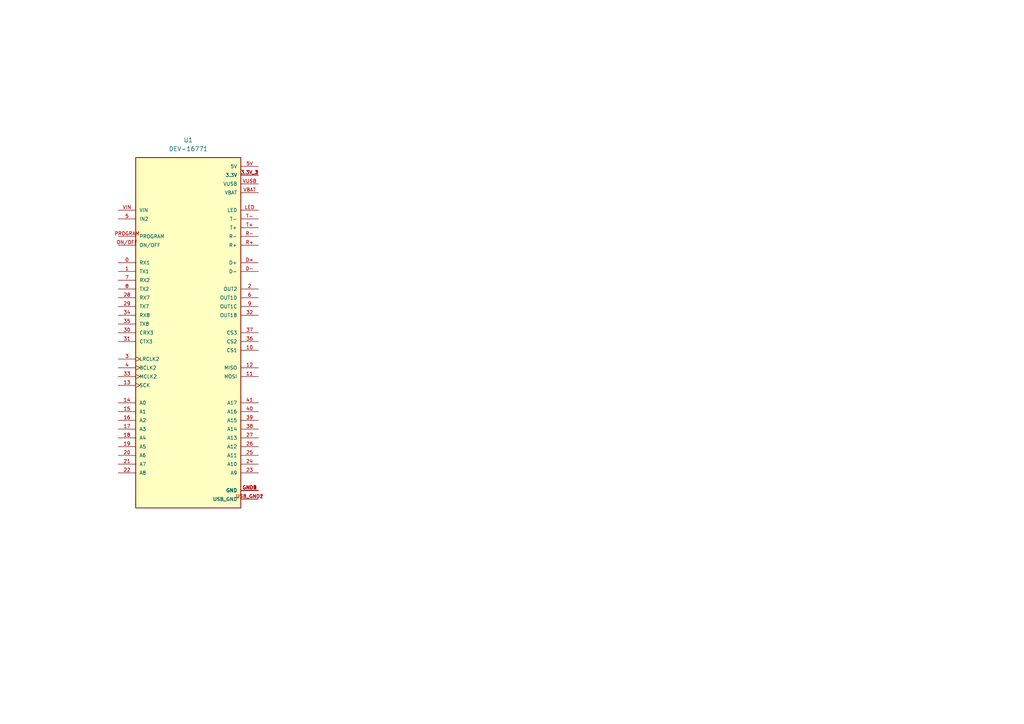
<source format=kicad_sch>
(kicad_sch (version 20250114) (generator "eeschema") (generator_version "9.0")
  (paper "A4")
  (lib_symbols
    (symbol "DEV-16771:DEV-16771" (pin_names (offset 1.016))
      (property "Reference" "U" (at -15.24 52.07 0))
      (property "Value" "DEV-16771" (at -15.24 -53.34 0))
      (symbol "DEV-16771_0_0"
        (rectangle (start -15.24 -50.8) (end 15.24 50.8) (stroke (width 0.254)) (fill (type background)))
        (pin input line (at -20.32 35.56 0) (length 5.08) (name "VIN") (number "VIN"))
        (pin bidirectional line (at -20.32 33.02 0) (length 5.08) (name "IN2") (number "5"))
        (pin bidirectional line (at -20.32 27.94 0) (length 5.08) (name "PROGRAM") (number "PROGRAM"))
        (pin bidirectional line (at -20.32 25.4 0) (length 5.08) (name "ON/OFF") (number "ON/OFF"))
        (pin bidirectional line (at -20.32 20.32 0) (length 5.08) (name "RX1") (number "0"))
        (pin bidirectional line (at -20.32 17.78 0) (length 5.08) (name "TX1") (number "1"))
        (pin bidirectional line (at -20.32 15.24 0) (length 5.08) (name "RX2") (number "7"))
        (pin bidirectional line (at -20.32 12.7 0) (length 5.08) (name "TX2") (number "8"))
        (pin bidirectional line (at -20.32 10.16 0) (length 5.08) (name "RX7") (number "28"))
        (pin bidirectional line (at -20.32 7.62 0) (length 5.08) (name "TX7") (number "29"))
        (pin bidirectional line (at -20.32 5.08 0) (length 5.08) (name "RX8") (number "34"))
        (pin bidirectional line (at -20.32 2.54 0) (length 5.08) (name "TX8") (number "35"))
        (pin bidirectional line (at -20.32 0 0) (length 5.08) (name "CRX3") (number "30"))
        (pin bidirectional line (at -20.32 -2.54 0) (length 5.08) (name "CTX3") (number "31"))
        (pin bidirectional clock (at -20.32 -7.62 0) (length 5.08) (name "LRCLK2") (number "3"))
        (pin bidirectional clock (at -20.32 -10.16 0) (length 5.08) (name "BCLK2") (number "4"))
        (pin bidirectional clock (at -20.32 -12.7 0) (length 5.08) (name "MCLK2") (number "33"))
        (pin bidirectional clock (at -20.32 -15.24 0) (length 5.08) (name "SCK") (number "13"))
        (pin bidirectional line (at -20.32 -20.32 0) (length 5.08) (name "A0") (number "14"))
        (pin bidirectional line (at -20.32 -22.86 0) (length 5.08) (name "A1") (number "15"))
        (pin bidirectional line (at -20.32 -25.4 0) (length 5.08) (name "A2") (number "16"))
        (pin bidirectional line (at -20.32 -27.94 0) (length 5.08) (name "A3") (number "17"))
        (pin bidirectional line (at -20.32 -30.48 0) (length 5.08) (name "A4") (number "18"))
        (pin bidirectional line (at -20.32 -33.02 0) (length 5.08) (name "A5") (number "19"))
        (pin bidirectional line (at -20.32 -35.56 0) (length 5.08) (name "A6") (number "20"))
        (pin bidirectional line (at -20.32 -38.1 0) (length 5.08) (name "A7") (number "21"))
        (pin bidirectional line (at -20.32 -40.64 0) (length 5.08) (name "A8") (number "22"))
        (pin power_in line (at 20.32 48.26 180) (length 5.08) (name "5V") (number "5V"))
        (pin power_in line (at 20.32 45.72 180) (length 5.08) (name "3.3V") (number "3.3V_1"))
        (pin power_in line (at 20.32 45.72 180) (length 5.08) (name "3.3V") (number "3.3V_2"))
        (pin power_in line (at 20.32 45.72 180) (length 5.08) (name "3.3V") (number "3.3V_3"))
        (pin passive line (at 20.32 43.18 180) (length 5.08) (name "VUSB") (number "VUSB"))
        (pin passive line (at 20.32 40.64 180) (length 5.08) (name "VBAT") (number "VBAT"))
        (pin bidirectional line (at 20.32 35.56 180) (length 5.08) (name "LED") (number "LED"))
        (pin bidirectional line (at 20.32 33.02 180) (length 5.08) (name "T-") (number "T-"))
        (pin bidirectional line (at 20.32 30.48 180) (length 5.08) (name "T+") (number "T+"))
        (pin bidirectional line (at 20.32 27.94 180) (length 5.08) (name "R-") (number "R-"))
        (pin bidirectional line (at 20.32 25.4 180) (length 5.08) (name "R+") (number "R+"))
        (pin bidirectional line (at 20.32 20.32 180) (length 5.08) (name "D+") (number "D+"))
        (pin bidirectional line (at 20.32 17.78 180) (length 5.08) (name "D-") (number "D-"))
        (pin output line (at 20.32 12.7 180) (length 5.08) (name "OUT2") (number "2"))
        (pin output line (at 20.32 10.16 180) (length 5.08) (name "OUT1D") (number "6"))
        (pin output line (at 20.32 7.62 180) (length 5.08) (name "OUT1C") (number "9"))
        (pin output line (at 20.32 5.08 180) (length 5.08) (name "OUT1B") (number "32"))
        (pin bidirectional line (at 20.32 0 180) (length 5.08) (name "CS3") (number "37"))
        (pin bidirectional line (at 20.32 -2.54 180) (length 5.08) (name "CS2") (number "36"))
        (pin bidirectional line (at 20.32 -5.08 180) (length 5.08) (name "CS1") (number "10"))
        (pin bidirectional line (at 20.32 -10.16 180) (length 5.08) (name "MISO") (number "12"))
        (pin bidirectional line (at 20.32 -12.7 180) (length 5.08) (name "MOSI") (number "11"))
        (pin bidirectional line (at 20.32 -20.32 180) (length 5.08) (name "A17") (number "41"))
        (pin bidirectional line (at 20.32 -22.86 180) (length 5.08) (name "A16") (number "40"))
        (pin bidirectional line (at 20.32 -25.4 180) (length 5.08) (name "A15") (number "39"))
        (pin bidirectional line (at 20.32 -27.94 180) (length 5.08) (name "A14") (number "38"))
        (pin bidirectional line (at 20.32 -30.48 180) (length 5.08) (name "A13") (number "27"))
        (pin bidirectional line (at 20.32 -33.02 180) (length 5.08) (name "A12") (number "26"))
        (pin bidirectional line (at 20.32 -35.56 180) (length 5.08) (name "A11") (number "25"))
        (pin bidirectional line (at 20.32 -38.1 180) (length 5.08) (name "A10") (number "24"))
        (pin bidirectional line (at 20.32 -40.64 180) (length 5.08) (name "A9") (number "23"))
        (pin power_in line (at 20.32 -45.72 180) (length 5.08) (name "GND") (number "GND1"))
        (pin power_in line (at 20.32 -45.72 180) (length 5.08) (name "GND") (number "GND2"))
        (pin power_in line (at 20.32 -45.72 180) (length 5.08) (name "GND") (number "GND3"))
        (pin power_in line (at 20.32 -45.72 180) (length 5.08) (name "GND") (number "GND4"))
        (pin power_in line (at 20.32 -45.72 180) (length 5.08) (name "GND") (number "GND5"))
        (pin power_in line (at 20.32 -48.26 180) (length 5.08) (name "USB_GND") (number "USB_GND1"))
        (pin power_in line (at 20.32 -48.26 180) (length 5.08) (name "USB_GND") (number "USB_GND2"))
      )
    )
  )
  (symbol (lib_id "DEV-16771:DEV-16771") (at 54.61 96.52 0) (unit 1)
    (property "Reference" "U1" (at 54.61 40.64 0))
    (property "Value" "DEV-16771" (at 54.61 43.18 0))
    (property "Footprint" "DEV-16771:MODULE_DEV-16771" (effects (hide yes)))
    (property "MF" "SparkFun Electronics" (effects (hide yes)))
    (property "MAXIMUM_PACKAGE_HEIGHT" "4.07mm" (effects (hide yes)))
    (property "Package" "None" (effects (hide yes)))
    (property "Price" "None" (effects (hide yes)))
    (property "Check_prices" "https://www.snapeda.com/parts/DEV-16771/SparkFun/view-part/?ref=eda" (effects (hide yes)))
    (property "STANDARD" "Manufacturer recommendations" (effects (hide yes)))
    (property "PARTREV" "4.1" (effects (hide yes)))
    (property "SnapEDA_Link" "https://www.snapeda.com/parts/DEV-16771/SparkFun/view-part/?ref=snap" (effects (hide yes)))
    (property "MP" "DEV-16771" (effects (hide yes)))
    (property "Description_1" "RT1062 Teensy 4.1 series ARM® Cortex®-M7 MPU Embedded Evaluation Board" (effects (hide yes)))
    (property "Availability" "In Stock" (effects (hide yes)))
    (property "MANUFACTURER" "SparkFun Electronics" (effects (hide yes)))
  )
)
</source>
